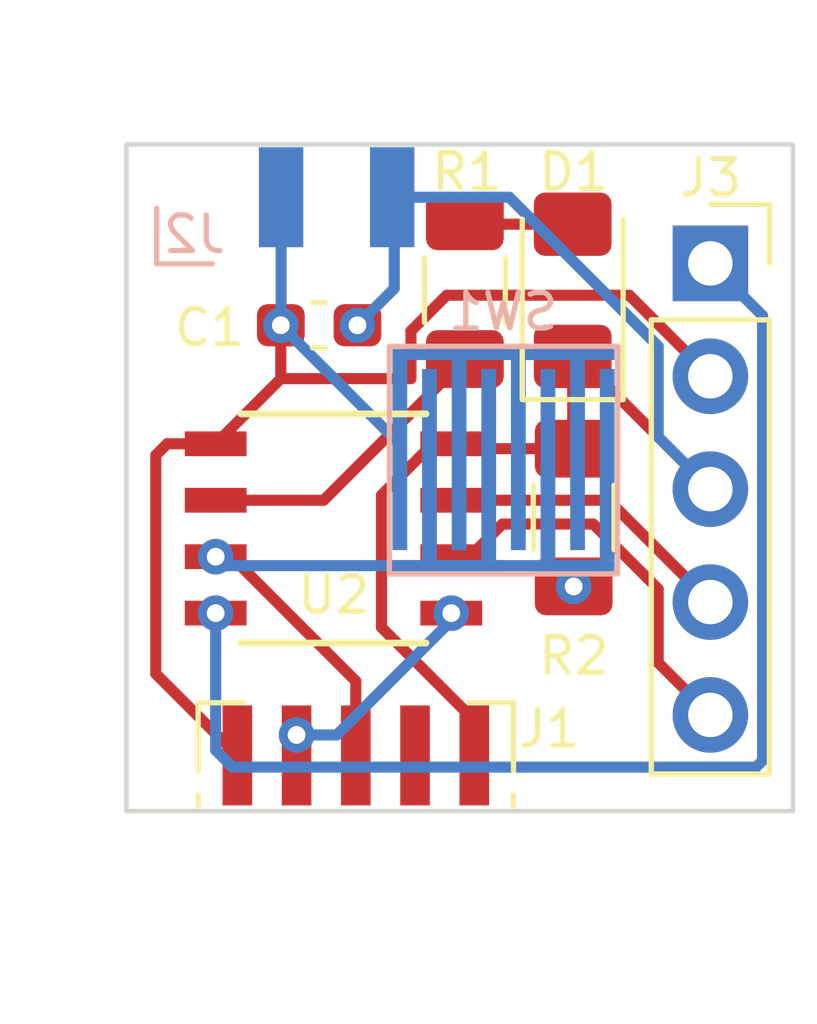
<source format=kicad_pcb>
(kicad_pcb (version 20221018) (generator pcbnew)
  (layers (0 "F.Cu" signal) (31 "B.Cu" signal) (34 "B.Paste" user) (35 "F.Paste" user) (36 "B.SilkS" user "B.Silkscreen") (37 "F.SilkS" user "F.Silkscreen") (38 "B.Mask" user) (39 "F.Mask" user) (44 "Edge.Cuts" user))
  (net 0 "")
  (net 1 "Net-(J1-VBUS)")
  (net 2 "Net-(D1-K)")
  (net 3 "Net-(D1-A)")
  (net 4 "Net-(J1-D-)")
  (net 5 "Net-(J1-D+)")
  (net 7 "Net-(U2-RA5)")
  (net 8 "Net-(J3-Pin_1)")
  (net 9 "Net-(J3-Pin_4)")
  (net 10 "Net-(J3-Pin_5)")
  (footprint "Diode_SMD:D_1206_3216Metric_Pad1.42x1.75mm_HandSolder" (layer "F.Cu") (at 109.713619 105.299516 90)
    (fp_text reference "D1" (at 2.661054 0.020069) (layer "F.SilkS") (effects (font (size 0.8 0.8) (thickness 0.12))))
    (fp_text value "LED")
    (fp_line (start -2.46 -1.135) (end -2.46 1.135) (stroke (width 0.12)) (layer "F.SilkS"))
    (fp_line (start -2.46 1.135) (end 1.6 1.135) (stroke (width 0.12)) (layer "F.SilkS"))
    (fp_line (start 1.6 -1.135) (end -2.46 -1.135) (stroke (width 0.12)) (layer "F.SilkS"))
    (pad "1" smd roundrect (at -1.4875 0 90) (size 1.425 1.75) (layers "F.Cu" "F.Paste" "F.Mask") (roundrect_rratio 0.1754392982) (net 2 "Net-(D1-K)"))
    (pad "2" smd roundrect (at 1.4875 0 90) (size 1.425 1.75) (layers "F.Cu" "F.Paste" "F.Mask") (roundrect_rratio 0.1754392982) (net 3 "Net-(D1-A)"))
  )
  (footprint "Resistor_SMD:R_1206_3216Metric_Pad1.30x1.75mm_HandSolder" (layer "F.Cu") (at 109.735485 110.412963 -90)
    (fp_text reference "R2" (at 3.114555 0.001797) (layer "F.SilkS") (effects (font (size 0.8 0.8) (thickness 0.12))))
    (fp_text value "R")
    (fp_line (start -0.727064 -0.91) (end 0.727064 -0.91) (stroke (width 0.12)) (layer "F.SilkS"))
    (fp_line (start -0.727064 0.91) (end 0.727064 0.91) (stroke (width 0.12)) (layer "F.SilkS"))
    (pad "1" smd roundrect (at -1.55 0 270) (size 1.3 1.75) (layers "F.Cu" "F.Paste" "F.Mask") (roundrect_rratio 0.1923076923) (net 2 "Net-(D1-K)"))
    (pad "2" smd roundrect (at 1.55 0 270) (size 1.3 1.75) (layers "F.Cu" "F.Paste" "F.Mask") (roundrect_rratio 0.1923076923) (net 5 "Net-(J1-D+)"))
  )
  (footprint "PIC16F18114-SN:SOIC8_SN_MCH" (layer "F.Cu") (at 104.328924 110.658636)
    (fp_text reference "U2" (at 0.008701 1.495461 unlocked) (layer "F.SilkS") (effects (font (size 0.8 0.8) (thickness 0.12))))
    (fp_text value "PIC16F18114-I/SN")
    (fp_line (start -2.0828 2.5781) (end 2.0828 2.5781) (stroke (width 0.1524)) (layer "F.SilkS"))
    (fp_line (start 2.0828 -2.5781) (end -2.0828 -2.5781) (stroke (width 0.1524)) (layer "F.SilkS"))
    (pad "1" smd rect (at -2.651498 -1.905) (size 1.391399 0.558) (layers "F.Cu" "F.Paste" "F.Mask") (net 1 "Net-(J1-VBUS)"))
    (pad "2" smd rect (at -2.651498 -0.635) (size 1.391399 0.558) (layers "F.Cu" "F.Paste" "F.Mask") (net 7 "Net-(U2-RA5)"))
    (pad "3" smd rect (at -2.651498 0.635) (size 1.391399 0.558) (layers "F.Cu" "F.Paste" "F.Mask") (net 5 "Net-(J1-D+)"))
    (pad "4" smd rect (at -2.651498 1.905) (size 1.391399 0.558) (layers "F.Cu" "F.Paste" "F.Mask") (net 8 "Net-(J3-Pin_1)"))
    (pad "5" smd rect (at 2.651498 1.905) (size 1.391399 0.558) (layers "F.Cu" "F.Paste" "F.Mask") (net 4 "Net-(J1-D-)"))
    (pad "6" smd rect (at 2.651498 0.635) (size 1.391399 0.558) (layers "F.Cu" "F.Paste" "F.Mask") (net 10 "Net-(J3-Pin_5)"))
    (pad "7" smd rect (at 2.651498 -0.635) (size 1.391399 0.558) (layers "F.Cu" "F.Paste" "F.Mask") (net 9 "Net-(J3-Pin_4)"))
    (pad "8" smd rect (at 2.651498 -1.905) (size 1.391399 0.558) (layers "F.Cu" "F.Paste" "F.Mask") (net 2 "Net-(D1-K)"))
  )
  (footprint "Resistor_SMD:R_1206_3216Metric_Pad1.30x1.75mm_HandSolder" (layer "F.Cu") (at 107.28654 105.296419 90)
    (fp_text reference "R1" (at 2.657957 0.041935) (layer "F.SilkS") (effects (font (size 0.8 0.8) (thickness 0.12))))
    (fp_text value "R")
    (fp_line (start -0.727064 -0.91) (end 0.727064 -0.91) (stroke (width 0.12)) (layer "F.SilkS"))
    (fp_line (start -0.727064 0.91) (end 0.727064 0.91) (stroke (width 0.12)) (layer "F.SilkS"))
    (pad "1" smd roundrect (at -1.55 0 90) (size 1.3 1.75) (layers "F.Cu" "F.Paste" "F.Mask") (roundrect_rratio 0.1923076923) (net 7 "Net-(U2-RA5)"))
    (pad "2" smd roundrect (at 1.55 0 90) (size 1.3 1.75) (layers "F.Cu" "F.Paste" "F.Mask") (roundrect_rratio 0.1923076923) (net 3 "Net-(D1-A)"))
  )
  (footprint "CustomFootprints:JST_XH_B2B-XH-A_1x02_P2.50mm_SideMount_B" (layer "F.Cu") (at 103.150284 103.205284)
    (fp_text reference "J2" (at -1.952554 0.834925) (layer "B.SilkS") (effects (font (size 0.8 0.8) (thickness 0.12)) (justify mirror)))
    (fp_text value "Battery")
    (fp_line (start -2.8 0.25) (end -2.8 1.5) (stroke (width 0.12)) (layer "B.SilkS"))
    (fp_line (start -2.8 1.5) (end -1.55 1.5) (stroke (width 0.12)) (layer "B.SilkS"))
    (pad "1" smd rect (at 0 0) (size 1 2.25) (layers "B.Cu" "B.Paste" "B.Mask") (net 1 "Net-(J1-VBUS)"))
    (pad "2" smd rect (at 2.5 0) (size 1 2.25) (layers "B.Cu" "B.Paste" "B.Mask") (net 2 "Net-(D1-K)"))
  )
  (footprint "Connector_PinSocket_2.54mm:PinSocket_1x05_P2.54mm_Vertical" (layer "F.Cu") (at 112.812304 104.694022)
    (fp_text reference "J3" (at 0.00443 -1.924367) (layer "F.SilkS") (effects (font (size 0.8 0.8) (thickness 0.12))))
    (fp_text value "Debug")
    (fp_line (start -1.33 1.27) (end -1.33 11.49) (stroke (width 0.12)) (layer "F.SilkS"))
    (fp_line (start -1.33 1.27) (end 1.33 1.27) (stroke (width 0.12)) (layer "F.SilkS"))
    (fp_line (start -1.33 11.49) (end 1.33 11.49) (stroke (width 0.12)) (layer "F.SilkS"))
    (fp_line (start 0 -1.33) (end 1.33 -1.33) (stroke (width 0.12)) (layer "F.SilkS"))
    (fp_line (start 1.33 -1.33) (end 1.33 0) (stroke (width 0.12)) (layer "F.SilkS"))
    (fp_line (start 1.33 1.27) (end 1.33 11.49) (stroke (width 0.12)) (layer "F.SilkS"))
    (pad "1" thru_hole rect (at 0 0) (size 1.7 1.7) (drill 1) (layers "*.Cu" "*.Mask") (net 8 "Net-(J3-Pin_1)"))
    (pad "2" thru_hole oval (at 0 2.54) (size 1.7 1.7) (drill 1) (layers "*.Cu" "*.Mask") (net 1 "Net-(J1-VBUS)"))
    (pad "3" thru_hole oval (at 0 5.08) (size 1.7 1.7) (drill 1) (layers "*.Cu" "*.Mask") (net 2 "Net-(D1-K)"))
    (pad "4" thru_hole oval (at 0 7.62) (size 1.7 1.7) (drill 1) (layers "*.Cu" "*.Mask") (net 9 "Net-(J3-Pin_4)"))
    (pad "5" thru_hole oval (at 0 10.16) (size 1.7 1.7) (drill 1) (layers "*.Cu" "*.Mask") (net 10 "Net-(J3-Pin_5)"))
  )
  (footprint "CustomFootprints:USB_Micro-B_Custom1" (layer "F.Cu") (at 104.831916 116.364993)
    (fp_text reference "J1" (at 4.355133 -1.197557 180) (layer "F.SilkS") (effects (font (size 0.8 0.8) (thickness 0.12))))
    (fp_text value "USB Micro")
    (fp_line (start -3.55 -1.785) (end -2.54 -1.785) (stroke (width 0.12)) (layer "F.SilkS"))
    (fp_line (start -3.55 -0.25) (end -3.55 -1.785) (stroke (width 0.12)) (layer "F.SilkS"))
    (fp_line (start -3.55 0.54) (end -3.55 0.29) (stroke (width 0.12)) (layer "F.SilkS"))
    (fp_line (start 3.55 -1.785) (end 2.54 -1.785) (stroke (width 0.12)) (layer "F.SilkS"))
    (fp_line (start 3.55 -1.785) (end 3.55 -0.25) (stroke (width 0.12)) (layer "F.SilkS"))
    (fp_line (start 3.55 0.29) (end 3.55 0.54) (stroke (width 0.12)) (layer "F.SilkS"))
    (pad "1" smd rect (at -2.6667 -0.6) (size 0.6667 2.25) (layers "F.Cu" "F.Paste" "F.Mask") (net 1 "Net-(J1-VBUS)"))
    (pad "2" smd rect (at -1.3333 -0.6) (size 0.6667 2.25) (layers "F.Cu" "F.Paste" "F.Mask") (net 4 "Net-(J1-D-)"))
    (pad "3" smd rect (at 0 -0.6) (size 0.6667 2.25) (layers "F.Cu" "F.Paste" "F.Mask") (net 5 "Net-(J1-D+)"))
    (pad "4" smd rect (at 1.3333 -0.6) (size 0.6667 2.25) (layers "F.Cu" "F.Paste" "F.Mask"))
    (pad "5" smd rect (at 2.6667 -0.6) (size 0.6667 2.25) (layers "F.Cu" "F.Paste" "F.Mask") (net 2 "Net-(D1-K)"))
  )
  (footprint "Capacitor_SMD:C_0603_1608Metric_Pad1.08x0.95mm_HandSolder" (layer "F.Cu") (at 104.006704 106.086036)
    (fp_text reference "C1" (at -2.472606 0.050918) (layer "F.SilkS") (effects (font (size 0.8 0.8) (thickness 0.12))))
    (fp_text value "C_Small")
    (fp_line (start -0.146267 -0.51) (end 0.146267 -0.51) (stroke (width 0.12)) (layer "F.SilkS"))
    (fp_line (start -0.146267 0.51) (end 0.146267 0.51) (stroke (width 0.12)) (layer "F.SilkS"))
    (pad "1" smd roundrect (at -0.8625 0) (size 1.075 0.95) (layers "F.Cu" "F.Paste" "F.Mask") (net 1 "Net-(J1-VBUS)"))
    (pad "2" smd roundrect (at 0.8625 0) (size 1.075 0.95) (layers "F.Cu" "F.Paste" "F.Mask") (net 2 "Net-(D1-K)"))
  )
  (footprint "CustomFootprints:TouchButton-5x5mm" (layer "B.Cu") (at 108.1567 109.12 180)
    (fp_text reference "SW1" (at 0.009269 3.335968) (layer "B.SilkS") (effects (font (size 0.8 0.8) (thickness 0.12)) (justify mirror)))
    (fp_text value "SW_Push")
    (fp_line (start -2.57 -2.56) (end -2.57 2.56) (stroke (width 0.12)) (layer "B.SilkS"))
    (fp_line (start -2.57 2.56) (end 2.57 2.56) (stroke (width 0.12)) (layer "B.SilkS"))
    (fp_line (start 2.57 -2.56) (end -2.57 -2.56) (stroke (width 0.12)) (layer "B.SilkS"))
    (fp_line (start 2.57 2.56) (end 2.57 -2.56) (stroke (width 0.12)) (layer "B.SilkS"))
    (pad "1" smd rect (at -1.6667 0.125 180) (size 0.3333 4.3) (layers "B.Cu" "B.Paste" "B.Mask") (net 1 "Net-(J1-VBUS)"))
    (pad "1" smd rect (at -0.3333 0.125 180) (size 0.3333 4.3) (layers "B.Cu" "B.Paste" "B.Mask") (net 1 "Net-(J1-VBUS)"))
    (pad "1" smd rect (at 0 2.375 180) (size 5 0.25) (layers "B.Cu" "B.Paste" "B.Mask") (net 1 "Net-(J1-VBUS)"))
    (pad "1" smd rect (at 1 0.125 180) (size 0.3333 4.3) (layers "B.Cu" "B.Paste" "B.Mask") (net 1 "Net-(J1-VBUS)"))
    (pad "1" smd rect (at 2.3333 0.125 180) (size 0.3333 4.3) (layers "B.Cu" "B.Paste" "B.Mask") (net 1 "Net-(J1-VBUS)"))
    (pad "2" smd rect (at -2.3333 -0.1 180) (size 0.3333 4.3) (layers "B.Cu" "B.Paste" "B.Mask") (net 5 "Net-(J1-D+)"))
    (pad "2" smd rect (at -1 -0.1 180) (size 0.3333 4.3001) (layers "B.Cu" "B.Paste" "B.Mask") (net 5 "Net-(J1-D+)"))
    (pad "2" smd rect (at 0 -2.375 180) (size 5 0.25) (layers "B.Cu" "B.Paste" "B.Mask") (net 5 "Net-(J1-D+)"))
    (pad "2" smd rect (at 0.3333 -0.1 180) (size 0.3333 4.3001) (layers "B.Cu" "B.Paste" "B.Mask") (net 5 "Net-(J1-D+)"))
    (pad "2" smd rect (at 1.6667 -0.1 180) (size 0.3333 4.3001) (layers "B.Cu" "B.Paste" "B.Mask") (net 5 "Net-(J1-D+)"))
  )
  (gr_rect (start 99.668121 102.018626) (end 114.668121 117.018626) (stroke (width 0.1)) (fill none) (layer "Edge.Cuts"))
  (segment (start 102.165216 115.764993) (end 100.33 113.929777) (width 0.25) (layer "F.Cu") (net 1))
  (segment (start 106.877859 105.41) (end 110.988282 105.41) (width 0.25) (layer "F.Cu") (net 1))
  (segment (start 103.144204 106.086036) (end 103.144204 107.286858) (width 0.25) (layer "F.Cu") (net 1))
  (segment (start 103.144204 107.286858) (end 106.073142 107.286858) (width 0.25) (layer "F.Cu") (net 1))
  (segment (start 106.073142 106.214717) (end 106.877859 105.41) (width 0.25) (layer "F.Cu") (net 1))
  (segment (start 103.144204 107.286858) (end 101.677426 108.753636) (width 0.25) (layer "F.Cu") (net 1))
  (segment (start 100.33 109.009381) (end 100.589448 108.749933) (width 0.25) (layer "F.Cu") (net 1))
  (segment (start 100.33 113.929777) (end 100.33 109.009381) (width 0.25) (layer "F.Cu") (net 1))
  (segment (start 110.988282 105.41) (end 112.812304 107.234022) (width 0.25) (layer "F.Cu") (net 1))
  (segment (start 106.073142 107.286858) (end 106.073142 106.214717) (width 0.25) (layer "F.Cu") (net 1))
  (segment (start 100.589448 108.749933) (end 100.593151 108.753636) (width 0.25) (layer "F.Cu") (net 1))
  (segment (start 100.593151 108.753636) (end 101.677426 108.753636) (width 0.25) (layer "F.Cu") (net 1))
  (via (at 103.144204 106.086036) (size 0.8) (drill 0.4) (layers "F.Cu" "B.Cu") (net 1))
  (segment (start 103.150284 103.205284) (end 103.150284 106.079956) (width 0.25) (layer "B.Cu") (net 1))
  (segment (start 103.150284 106.079956) (end 103.144204 106.086036) (width 0.25) (layer "B.Cu") (net 1))
  (segment (start 103.144204 106.086036) (end 105.8234 108.765232) (width 0.25) (layer "B.Cu") (net 1))
  (segment (start 109.735485 108.862963) (end 107.089749 108.862963) (width 0.25) (layer "F.Cu") (net 2))
  (segment (start 105.41 109.907359) (end 105.41 112.884727) (width 0.25) (layer "F.Cu") (net 2))
  (segment (start 105.41 112.884727) (end 107.498616 114.973343) (width 0.25) (layer "F.Cu") (net 2))
  (segment (start 106.563723 108.753636) (end 105.41 109.907359) (width 0.25) (layer "F.Cu") (net 2))
  (segment (start 109.713619 106.787016) (end 109.713619 108.841097) (width 0.25) (layer "F.Cu") (net 2))
  (segment (start 112.812304 109.774022) (end 109.825298 106.787016) (width 0.25) (layer "F.Cu") (net 2))
  (via (at 104.869204 106.086036) (size 0.8) (drill 0.4) (layers "F.Cu" "B.Cu") (net 2))
  (segment (start 108.285284 103.205284) (end 111.637304 106.557304) (width 0.25) (layer "B.Cu") (net 2))
  (segment (start 104.869204 106.086036) (end 105.697678 105.257562) (width 0.25) (layer "B.Cu") (net 2))
  (segment (start 105.697678 105.257562) (end 105.697678 103.252678) (width 0.25) (layer "B.Cu") (net 2))
  (segment (start 105.650284 103.205284) (end 108.285284 103.205284) (width 0.25) (layer "B.Cu") (net 2))
  (segment (start 111.637304 108.599022) (end 112.812304 109.774022) (width 0.25) (layer "B.Cu") (net 2))
  (segment (start 111.637304 106.557304) (end 111.637304 108.599022) (width 0.25) (layer "B.Cu") (net 2))
  (segment (start 109.713619 103.812016) (end 107.352137 103.812016) (width 0.25) (layer "F.Cu") (net 3))
  (via (at 106.980422 112.563636) (size 0.8) (drill 0.4) (layers "F.Cu" "B.Cu") (net 4))
  (via (at 103.498616 115.304522) (size 0.8) (drill 0.4) (layers "F.Cu" "B.Cu") (net 4))
  (segment (start 104.405478 115.304522) (end 103.498616 115.304522) (width 0.25) (layer "B.Cu") (net 4))
  (segment (start 106.980422 112.729578) (end 104.405478 115.304522) (width 0.25) (layer "B.Cu") (net 4))
  (segment (start 106.980422 112.563636) (end 106.980422 112.729578) (width 0.25) (layer "B.Cu") (net 4))
  (segment (start 102.032125 111.293636) (end 104.831916 114.093427) (width 0.25) (layer "F.Cu") (net 5))
  (segment (start 104.831916 114.093427) (end 104.831916 115.764993) (width 0.25) (layer "F.Cu") (net 5))
  (via (at 101.677426 111.293636) (size 0.8) (drill 0.4) (layers "F.Cu" "B.Cu") (net 5))
  (via (at 109.735485 111.962963) (size 0.8) (drill 0.4) (layers "F.Cu" "B.Cu") (net 5))
  (segment (start 109.267522 111.495) (end 109.735485 111.962963) (width 0.25) (layer "B.Cu") (net 5))
  (segment (start 101.87879 111.495) (end 108.1567 111.495) (width 0.25) (layer "B.Cu") (net 5))
  (segment (start 101.677426 111.293636) (end 101.87879 111.495) (width 0.25) (layer "B.Cu") (net 5))
  (segment (start 101.677426 110.023636) (end 104.109323 110.023636) (width 0.25) (layer "F.Cu") (net 7))
  (segment (start 104.109323 110.023636) (end 107.28654 106.846419) (width 0.25) (layer "F.Cu") (net 7))
  (via (at 101.677426 112.563636) (size 0.8) (drill 0.4) (layers "F.Cu" "B.Cu") (net 8))
  (segment (start 101.677426 115.647426) (end 101.677426 112.563636) (width 0.25) (layer "B.Cu") (net 8))
  (segment (start 113.987304 105.869022) (end 113.987304 115.882696) (width 0.25) (layer "B.Cu") (net 8))
  (segment (start 113.840978 116.029022) (end 102.059022 116.029022) (width 0.25) (layer "B.Cu") (net 8))
  (segment (start 113.987304 115.882696) (end 113.840978 116.029022) (width 0.25) (layer "B.Cu") (net 8))
  (segment (start 102.059022 116.029022) (end 101.677426 115.647426) (width 0.25) (layer "B.Cu") (net 8))
  (segment (start 112.812304 104.694022) (end 113.987304 105.869022) (width 0.25) (layer "B.Cu") (net 8))
  (segment (start 106.980422 110.023636) (end 110.521918 110.023636) (width 0.25) (layer "F.Cu") (net 9))
  (segment (start 110.521918 110.023636) (end 112.812304 112.314022) (width 0.25) (layer "F.Cu") (net 9))
  (segment (start 107.397121 111.293636) (end 108.1317 110.559057) (width 0.25) (layer "F.Cu") (net 10))
  (segment (start 110.176679 110.559057) (end 111.637304 112.019682) (width 0.25) (layer "F.Cu") (net 10))
  (segment (start 108.1317 110.559057) (end 110.176679 110.559057) (width 0.25) (layer "F.Cu") (net 10))
  (segment (start 111.637304 113.679022) (end 112.812304 114.854022) (width 0.25) (layer "F.Cu") (net 10))
  (segment (start 111.637304 112.019682) (end 111.637304 113.679022) (width 0.25) (layer "F.Cu") (net 10))
)
</source>
